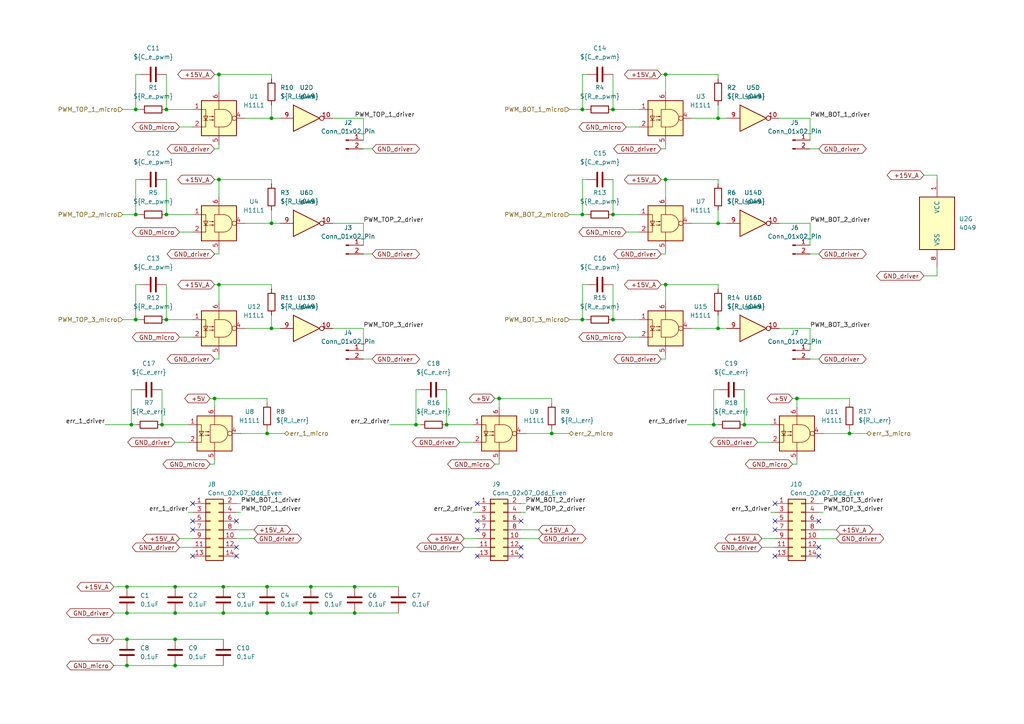
<source format=kicad_sch>
(kicad_sch (version 20231120) (generator "eeschema") (generator_version "8.0")
  (paper "A4")
  (lib_symbols
    (symbol "4xxx:4049" (pin_names (offset 1.016))
      (property "Reference" "U" (at 0 1.27 0))
      (property "Value" "4049" (at 0 -1.27 0))
      (symbol "4049_1_0"
        (polyline (pts (xy -3.81 3.81) (xy -3.81 -3.81) (xy 3.81 0) (xy -3.81 3.81)) (stroke (width 0.254)) (fill (type background)))
        (pin output inverted (at 7.62 0 180) (length 3.81) (name "~") (number "2"))
        (pin input line (at -7.62 0 0) (length 3.81) (name "~") (number "3"))
      )
      (symbol "4049_2_0"
        (polyline (pts (xy -3.81 3.81) (xy -3.81 -3.81) (xy 3.81 0) (xy -3.81 3.81)) (stroke (width 0.254)) (fill (type background)))
        (pin output inverted (at 7.62 0 180) (length 3.81) (name "~") (number "4"))
        (pin input line (at -7.62 0 0) (length 3.81) (name "~") (number "5"))
      )
      (symbol "4049_3_0"
        (polyline (pts (xy -3.81 3.81) (xy -3.81 -3.81) (xy 3.81 0) (xy -3.81 3.81)) (stroke (width 0.254)) (fill (type background)))
        (pin output inverted (at 7.62 0 180) (length 3.81) (name "~") (number "6"))
        (pin input line (at -7.62 0 0) (length 3.81) (name "~") (number "7"))
      )
      (symbol "4049_4_0"
        (polyline (pts (xy -3.81 3.81) (xy -3.81 -3.81) (xy 3.81 0) (xy -3.81 3.81)) (stroke (width 0.254)) (fill (type background)))
        (pin output inverted (at 7.62 0 180) (length 3.81) (name "~") (number "10"))
        (pin input line (at -7.62 0 0) (length 3.81) (name "~") (number "9"))
      )
      (symbol "4049_5_0"
        (polyline (pts (xy -3.81 3.81) (xy -3.81 -3.81) (xy 3.81 0) (xy -3.81 3.81)) (stroke (width 0.254)) (fill (type background)))
        (pin input line (at -7.62 0 0) (length 3.81) (name "~") (number "11"))
        (pin output inverted (at 7.62 0 180) (length 3.81) (name "~") (number "12"))
      )
      (symbol "4049_6_0"
        (polyline (pts (xy -3.81 3.81) (xy -3.81 -3.81) (xy 3.81 0) (xy -3.81 3.81)) (stroke (width 0.254)) (fill (type background)))
        (pin input line (at -7.62 0 0) (length 3.81) (name "~") (number "14"))
        (pin output inverted (at 7.62 0 180) (length 3.81) (name "~") (number "15"))
      )
      (symbol "4049_7_0"
        (pin power_in line (at 0 12.7 270) (length 5.08) (name "VCC") (number "1"))
        (pin power_in line (at 0 -12.7 90) (length 5.08) (name "VSS") (number "8"))
      )
      (symbol "4049_7_1"
        (rectangle (start -5.08 7.62) (end 5.08 -7.62) (stroke (width 0.254)) (fill (type background)))
      )
    )
    (symbol "Connector:Conn_01x02_Pin" (pin_names (offset 1.016) hide)
      (property "Reference" "J" (at 0 2.54 0))
      (property "Value" "Conn_01x02_Pin" (at 0 -5.08 0))
      (symbol "Conn_01x02_Pin_1_1"
        (polyline (pts (xy 1.27 -2.54) (xy 0.8636 -2.54)) (stroke (width 0.1524)))
        (polyline (pts (xy 1.27 0) (xy 0.8636 0)) (stroke (width 0.1524)))
        (rectangle (start 0.8636 -2.413) (end 0 -2.667) (stroke (width 0.1524)) (fill (type outline)))
        (rectangle (start 0.8636 0.127) (end 0 -0.127) (stroke (width 0.1524)) (fill (type outline)))
        (pin passive line (at 5.08 0 180) (length 3.81) (name "Pin_1") (number "1"))
        (pin passive line (at 5.08 -2.54 180) (length 3.81) (name "Pin_2") (number "2"))
      )
    )
    (symbol "Connector_Generic:Conn_02x07_Odd_Even" (pin_names (offset 1.016) hide)
      (property "Reference" "J" (at 1.27 10.16 0))
      (property "Value" "Conn_02x07_Odd_Even" (at 1.27 -10.16 0))
      (symbol "Conn_02x07_Odd_Even_1_1"
        (rectangle (start -1.27 -7.493) (end 0 -7.747) (stroke (width 0.1524)))
        (rectangle (start -1.27 -4.953) (end 0 -5.207) (stroke (width 0.1524)))
        (rectangle (start -1.27 -2.413) (end 0 -2.667) (stroke (width 0.1524)))
        (rectangle (start -1.27 0.127) (end 0 -0.127) (stroke (width 0.1524)))
        (rectangle (start -1.27 2.667) (end 0 2.413) (stroke (width 0.1524)))
        (rectangle (start -1.27 5.207) (end 0 4.953) (stroke (width 0.1524)))
        (rectangle (start -1.27 7.747) (end 0 7.493) (stroke (width 0.1524)))
        (rectangle (start -1.27 8.89) (end 3.81 -8.89) (stroke (width 0.254)) (fill (type background)))
        (rectangle (start 3.81 -7.493) (end 2.54 -7.747) (stroke (width 0.1524)))
        (rectangle (start 3.81 -4.953) (end 2.54 -5.207) (stroke (width 0.1524)))
        (rectangle (start 3.81 -2.413) (end 2.54 -2.667) (stroke (width 0.1524)))
        (rectangle (start 3.81 0.127) (end 2.54 -0.127) (stroke (width 0.1524)))
        (rectangle (start 3.81 2.667) (end 2.54 2.413) (stroke (width 0.1524)))
        (rectangle (start 3.81 5.207) (end 2.54 4.953) (stroke (width 0.1524)))
        (rectangle (start 3.81 7.747) (end 2.54 7.493) (stroke (width 0.1524)))
        (pin passive line (at -5.08 7.62 0) (length 3.81) (name "Pin_1") (number "1"))
        (pin passive line (at 7.62 -2.54 180) (length 3.81) (name "Pin_10") (number "10"))
        (pin passive line (at -5.08 -5.08 0) (length 3.81) (name "Pin_11") (number "11"))
        (pin passive line (at 7.62 -5.08 180) (length 3.81) (name "Pin_12") (number "12"))
        (pin passive line (at -5.08 -7.62 0) (length 3.81) (name "Pin_13") (number "13"))
        (pin passive line (at 7.62 -7.62 180) (length 3.81) (name "Pin_14") (number "14"))
        (pin passive line (at 7.62 7.62 180) (length 3.81) (name "Pin_2") (number "2"))
        (pin passive line (at -5.08 5.08 0) (length 3.81) (name "Pin_3") (number "3"))
        (pin passive line (at 7.62 5.08 180) (length 3.81) (name "Pin_4") (number "4"))
        (pin passive line (at -5.08 2.54 0) (length 3.81) (name "Pin_5") (number "5"))
        (pin passive line (at 7.62 2.54 180) (length 3.81) (name "Pin_6") (number "6"))
        (pin passive line (at -5.08 0 0) (length 3.81) (name "Pin_7") (number "7"))
        (pin passive line (at 7.62 0 180) (length 3.81) (name "Pin_8") (number "8"))
        (pin passive line (at -5.08 -2.54 0) (length 3.81) (name "Pin_9") (number "9"))
      )
    )
    (symbol "Device:C" (pin_numbers hide) (pin_names (offset 0.254))
      (property "Reference" "C" (at 0.635 2.54 0))
      (property "Value" "C" (at 0.635 -2.54 0))
      (symbol "C_0_1"
        (polyline (pts (xy -2.032 -0.762) (xy 2.032 -0.762)) (stroke (width 0.508)))
        (polyline (pts (xy -2.032 0.762) (xy 2.032 0.762)) (stroke (width 0.508)))
      )
      (symbol "C_1_1"
        (pin passive line (at 0 3.81 270) (length 2.794) (name "~") (number "1"))
        (pin passive line (at 0 -3.81 90) (length 2.794) (name "~") (number "2"))
      )
    )
    (symbol "Device:R" (pin_numbers hide) (pin_names (offset 0))
      (property "Reference" "R" (at 2.032 0 90))
      (property "Value" "R" (at 0 0 90))
      (symbol "R_0_1"
        (rectangle (start -1.016 -2.54) (end 1.016 2.54) (stroke (width 0.254)))
      )
      (symbol "R_1_1"
        (pin passive line (at 0 3.81 270) (length 1.27) (name "~") (number "1"))
        (pin passive line (at 0 -3.81 90) (length 1.27) (name "~") (number "2"))
      )
    )
    (symbol "Isolator:H11L1" (pin_names (offset 1.016))
      (property "Reference" "U" (at 1.27 8.89 0))
      (property "Value" "H11L1" (at 1.27 6.35 0))
      (symbol "H11L1_0_1"
        (rectangle (start -5.08 5.08) (end 5.08 -5.08) (stroke (width 0.254)) (fill (type background)))
        (polyline (pts (xy -4.445 -0.635) (xy -3.175 -0.635)))
        (polyline (pts (xy 0 2.54) (xy 0 5.08)))
        (polyline (pts (xy 0 -2.54) (xy 0 -5.08) (xy 0 -3.81)))
        (polyline (pts (xy -5.08 -2.54) (xy -3.81 -2.54) (xy -3.81 2.54) (xy -5.08 2.54)))
        (polyline (pts (xy -3.81 -0.635) (xy -4.445 0.635) (xy -3.175 0.635) (xy -3.81 -0.635)))
        (polyline (pts (xy 1.27 -2.54) (xy -1.27 -2.54) (xy -1.27 2.54) (xy 1.27 2.54)))
        (polyline (pts (xy -2.794 -0.508) (xy -1.524 -0.508) (xy -1.905 -0.635) (xy -1.905 -0.381) (xy -1.524 -0.508)))
        (polyline (pts (xy -2.794 0.508) (xy -1.524 0.508) (xy -1.905 0.381) (xy -1.905 0.635) (xy -1.524 0.508)))
        (arc (start 1.27 -2.54) (mid 3.799 0) (end 1.27 2.54))
      )
      (symbol "H11L1_1_1"
        (pin passive line (at -7.62 2.54 0) (length 2.54) (name "~") (number "1"))
        (pin passive line (at -7.62 -2.54 0) (length 2.54) (name "~") (number "2"))
        (pin no_connect line (at -5.08 0 0) (length 2.54) hide (name "~") (number "3"))
        (pin output inverted (at 7.62 0 180) (length 3.81) (name "~") (number "4"))
        (pin power_in line (at 0 -7.62 90) (length 2.54) (name "~") (number "5"))
        (pin power_in line (at 0 7.62 270) (length 2.54) (name "~") (number "6"))
      )
    )
  )
  (junction (at 168.91 92.71))
  (junction (at 36.83 177.8))
  (junction (at 46.99 123.19))
  (junction (at 36.83 170.18))
  (junction (at 193.04 82.55))
  (junction (at 144.78 115.57))
  (junction (at 62.23 115.57))
  (junction (at 177.8 62.23))
  (junction (at 168.91 62.23))
  (junction (at 78.74 34.29))
  (junction (at 129.54 123.19))
  (junction (at 120.65 123.19))
  (junction (at 50.8 193.04))
  (junction (at 90.17 177.8))
  (junction (at 193.04 21.59))
  (junction (at 39.37 31.75))
  (junction (at 102.87 177.8))
  (junction (at 50.8 185.42))
  (junction (at 177.8 31.75))
  (junction (at 63.5 52.07))
  (junction (at 77.47 170.18))
  (junction (at 39.37 62.23))
  (junction (at 207.01 123.19))
  (junction (at 231.14 115.57))
  (junction (at 168.91 31.75))
  (junction (at 90.17 170.18))
  (junction (at 36.83 185.42))
  (junction (at 48.26 92.71))
  (junction (at 39.37 92.71))
  (junction (at 208.28 64.77))
  (junction (at 77.47 125.73))
  (junction (at 36.83 193.04))
  (junction (at 63.5 82.55))
  (junction (at 208.28 34.29))
  (junction (at 38.1 123.19))
  (junction (at 78.74 64.77))
  (junction (at 48.26 62.23))
  (junction (at 50.8 177.8))
  (junction (at 78.74 95.25))
  (junction (at 48.26 31.75))
  (junction (at 246.38 125.73))
  (junction (at 64.77 177.8))
  (junction (at 63.5 21.59))
  (junction (at 215.9 123.19))
  (junction (at 50.8 170.18))
  (junction (at 102.87 170.18))
  (junction (at 64.77 170.18))
  (junction (at 160.02 125.73))
  (junction (at 193.04 52.07))
  (junction (at 177.8 92.71))
  (junction (at 208.28 95.25))
  (junction (at 77.47 177.8))
  (no_connect (at 151.13 158.75))
  (no_connect (at 237.49 161.29))
  (no_connect (at 55.88 146.05))
  (no_connect (at 237.49 151.13))
  (no_connect (at 138.43 161.29))
  (no_connect (at 55.88 153.67))
  (no_connect (at 151.13 151.13))
  (no_connect (at 68.58 158.75))
  (no_connect (at 55.88 161.29))
  (no_connect (at 224.79 151.13))
  (no_connect (at 55.88 151.13))
  (no_connect (at 68.58 151.13))
  (no_connect (at 224.79 161.29))
  (no_connect (at 151.13 161.29))
  (no_connect (at 224.79 153.67))
  (no_connect (at 68.58 161.29))
  (no_connect (at 224.79 146.05))
  (no_connect (at 138.43 153.67))
  (no_connect (at 138.43 146.05))
  (no_connect (at 138.43 151.13))
  (no_connect (at 237.49 158.75))
  (wire (pts (xy 50.8 193.04) (xy 36.83 193.04)))
  (wire (pts (xy 77.47 124.46) (xy 77.47 125.73)))
  (wire (pts (xy 77.47 125.73) (xy 82.55 125.73)))
  (wire (pts (xy 33.02 177.8) (xy 36.83 177.8)))
  (wire (pts (xy 62.23 43.18) (xy 63.5 43.18)))
  (wire (pts (xy 191.77 73.66) (xy 193.04 73.66)))
  (wire (pts (xy 48.26 21.59) (xy 48.26 31.75)))
  (wire (pts (xy 68.58 153.67) (xy 73.66 153.67)))
  (wire (pts (xy 39.37 82.55) (xy 39.37 92.71)))
  (wire (pts (xy 48.26 62.23) (xy 55.88 62.23)))
  (wire (pts (xy 40.6066 62.23) (xy 39.37 62.23)))
  (wire (pts (xy 78.74 95.25) (xy 81.28 95.25)))
  (wire (pts (xy 177.8 52.07) (xy 177.8 62.23)))
  (wire (pts (xy 50.8 170.18) (xy 64.77 170.18)))
  (wire (pts (xy 185.42 97.79) (xy 181.61 97.79)))
  (wire (pts (xy 69.85 146.05) (xy 68.58 146.05)))
  (wire (pts (xy 271.78 50.8) (xy 267.97 50.8)))
  (wire (pts (xy 60.96 115.57) (xy 62.23 115.57)))
  (wire (pts (xy 208.28 52.07) (xy 193.04 52.07)))
  (wire (pts (xy 62.23 52.07) (xy 63.5 52.07)))
  (wire (pts (xy 170.1466 92.71) (xy 168.91 92.71)))
  (wire (pts (xy 152.4 146.05) (xy 151.13 146.05)))
  (wire (pts (xy 208.28 21.59) (xy 193.04 21.59)))
  (wire (pts (xy 113.03 123.19) (xy 120.65 123.19)))
  (wire (pts (xy 33.02 170.18) (xy 36.83 170.18)))
  (wire (pts (xy 219.71 128.27) (xy 223.52 128.27)))
  (wire (pts (xy 40.64 52.07) (xy 39.37 52.07)))
  (wire (pts (xy 105.41 43.18) (xy 107.95 43.18)))
  (wire (pts (xy 120.65 123.19) (xy 121.92 123.19)))
  (wire (pts (xy 71.12 64.77) (xy 78.74 64.77)))
  (wire (pts (xy 46.99 123.19) (xy 54.61 123.19)))
  (wire (pts (xy 177.8 92.71) (xy 185.42 92.71)))
  (wire (pts (xy 143.51 134.62) (xy 144.78 134.62)))
  (wire (pts (xy 234.95 34.29) (xy 234.95 40.64)))
  (wire (pts (xy 62.23 115.57) (xy 62.23 118.11)))
  (wire (pts (xy 78.74 60.96) (xy 78.74 64.77)))
  (wire (pts (xy 129.54 113.03) (xy 129.54 123.19)))
  (wire (pts (xy 220.98 158.75) (xy 224.79 158.75)))
  (wire (pts (xy 246.38 124.46) (xy 246.38 125.73)))
  (wire (pts (xy 160.02 125.73) (xy 165.1 125.73)))
  (wire (pts (xy 152.4 125.73) (xy 160.02 125.73)))
  (wire (pts (xy 226.06 95.25) (xy 234.95 95.25)))
  (wire (pts (xy 55.88 67.31) (xy 52.07 67.31)))
  (wire (pts (xy 177.8 62.23) (xy 185.42 62.23)))
  (wire (pts (xy 38.1 113.03) (xy 39.37 113.03)))
  (wire (pts (xy 39.37 52.07) (xy 39.37 62.23)))
  (wire (pts (xy 33.02 185.42) (xy 36.83 185.42)))
  (wire (pts (xy 193.04 21.59) (xy 193.04 26.67)))
  (wire (pts (xy 170.1466 31.75) (xy 168.91 31.75)))
  (wire (pts (xy 234.95 43.18) (xy 237.49 43.18)))
  (wire (pts (xy 40.64 21.59) (xy 39.37 21.59)))
  (wire (pts (xy 170.18 82.55) (xy 168.91 82.55)))
  (wire (pts (xy 177.8 82.55) (xy 177.8 92.71)))
  (wire (pts (xy 151.13 156.21) (xy 156.21 156.21)))
  (wire (pts (xy 40.6066 31.75) (xy 39.37 31.75)))
  (wire (pts (xy 220.98 156.21) (xy 224.79 156.21)))
  (wire (pts (xy 191.77 43.18) (xy 193.04 43.18)))
  (wire (pts (xy 102.87 177.8) (xy 115.57 177.8)))
  (wire (pts (xy 62.23 104.14) (xy 63.5 104.14)))
  (wire (pts (xy 170.18 52.07) (xy 168.91 52.07)))
  (wire (pts (xy 105.41 34.29) (xy 105.41 40.64)))
  (wire (pts (xy 207.01 113.03) (xy 207.01 123.19)))
  (wire (pts (xy 191.77 104.14) (xy 193.04 104.14)))
  (wire (pts (xy 36.83 177.8) (xy 50.8 177.8)))
  (wire (pts (xy 193.04 104.14) (xy 193.04 102.87)))
  (wire (pts (xy 63.5 104.14) (xy 63.5 102.87)))
  (wire (pts (xy 199.39 123.19) (xy 207.01 123.19)))
  (wire (pts (xy 77.47 170.18) (xy 90.17 170.18)))
  (wire (pts (xy 208.28 82.55) (xy 193.04 82.55)))
  (wire (pts (xy 134.62 156.21) (xy 138.43 156.21)))
  (wire (pts (xy 208.28 60.96) (xy 208.28 64.77)))
  (wire (pts (xy 69.85 125.73) (xy 77.47 125.73)))
  (wire (pts (xy 64.77 185.42) (xy 50.8 185.42)))
  (wire (pts (xy 63.5 73.66) (xy 63.5 72.39)))
  (wire (pts (xy 78.74 91.44) (xy 78.74 95.25)))
  (wire (pts (xy 62.23 73.66) (xy 63.5 73.66)))
  (wire (pts (xy 48.26 52.07) (xy 48.26 62.23)))
  (wire (pts (xy 231.14 115.57) (xy 231.14 118.11)))
  (wire (pts (xy 50.8 185.42) (xy 36.83 185.42)))
  (wire (pts (xy 208.28 30.48) (xy 208.28 34.29)))
  (wire (pts (xy 191.77 82.55) (xy 193.04 82.55)))
  (wire (pts (xy 185.42 67.31) (xy 181.61 67.31)))
  (wire (pts (xy 226.06 34.29) (xy 234.95 34.29)))
  (wire (pts (xy 143.51 115.57) (xy 144.78 115.57)))
  (wire (pts (xy 78.74 64.77) (xy 81.28 64.77)))
  (wire (pts (xy 208.28 95.25) (xy 210.82 95.25)))
  (wire (pts (xy 36.83 170.18) (xy 50.8 170.18)))
  (wire (pts (xy 160.02 124.46) (xy 160.02 125.73)))
  (wire (pts (xy 193.04 73.66) (xy 193.04 72.39)))
  (wire (pts (xy 193.04 52.07) (xy 193.04 57.15)))
  (wire (pts (xy 102.87 170.18) (xy 115.57 170.18)))
  (wire (pts (xy 71.12 95.25) (xy 78.74 95.25)))
  (wire (pts (xy 168.91 92.71) (xy 165.1 92.71)))
  (wire (pts (xy 68.58 156.21) (xy 73.66 156.21)))
  (wire (pts (xy 223.52 148.59) (xy 224.79 148.59)))
  (wire (pts (xy 271.78 80.01) (xy 271.78 77.47)))
  (wire (pts (xy 168.91 52.07) (xy 168.91 62.23)))
  (wire (pts (xy 77.47 177.8) (xy 90.17 177.8)))
  (wire (pts (xy 48.2266 31.75) (xy 48.26 31.75)))
  (wire (pts (xy 62.23 134.62) (xy 62.23 133.35)))
  (wire (pts (xy 207.01 113.03) (xy 208.28 113.03)))
  (wire (pts (xy 170.1466 62.23) (xy 168.91 62.23)))
  (wire (pts (xy 208.28 21.59) (xy 208.28 22.86)))
  (wire (pts (xy 78.74 82.55) (xy 63.5 82.55)))
  (wire (pts (xy 62.23 115.57) (xy 77.47 115.57)))
  (wire (pts (xy 129.54 123.19) (xy 137.16 123.19)))
  (wire (pts (xy 63.5 43.18) (xy 63.5 41.91)))
  (wire (pts (xy 78.74 52.07) (xy 63.5 52.07)))
  (wire (pts (xy 207.01 123.19) (xy 208.28 123.19)))
  (wire (pts (xy 200.66 34.29) (xy 208.28 34.29)))
  (wire (pts (xy 40.64 82.55) (xy 39.37 82.55)))
  (wire (pts (xy 238.76 146.05) (xy 237.49 146.05)))
  (wire (pts (xy 62.23 82.55) (xy 63.5 82.55)))
  (wire (pts (xy 152.4 148.59) (xy 151.13 148.59)))
  (wire (pts (xy 208.28 82.55) (xy 208.28 83.82)))
  (wire (pts (xy 96.52 64.77) (xy 105.41 64.77)))
  (wire (pts (xy 191.77 21.59) (xy 193.04 21.59)))
  (wire (pts (xy 237.49 153.67) (xy 242.57 153.67)))
  (wire (pts (xy 193.04 82.55) (xy 193.04 87.63)))
  (wire (pts (xy 63.5 21.59) (xy 63.5 26.67)))
  (wire (pts (xy 234.95 64.77) (xy 234.95 71.12)))
  (wire (pts (xy 238.76 125.73) (xy 246.38 125.73)))
  (wire (pts (xy 64.77 177.8) (xy 77.47 177.8)))
  (wire (pts (xy 40.6066 92.71) (xy 39.37 92.71)))
  (wire (pts (xy 105.41 95.25) (xy 105.41 101.6)))
  (wire (pts (xy 191.77 52.07) (xy 193.04 52.07)))
  (wire (pts (xy 229.87 134.62) (xy 231.14 134.62)))
  (wire (pts (xy 63.5 52.07) (xy 63.5 57.15)))
  (wire (pts (xy 237.49 156.21) (xy 242.57 156.21)))
  (wire (pts (xy 215.9 113.03) (xy 215.9 123.19)))
  (wire (pts (xy 193.04 43.18) (xy 193.04 41.91)))
  (wire (pts (xy 120.65 113.03) (xy 120.65 123.19)))
  (wire (pts (xy 39.37 31.75) (xy 35.56 31.75)))
  (wire (pts (xy 177.7666 31.75) (xy 177.8 31.75)))
  (wire (pts (xy 38.1 123.19) (xy 39.37 123.19)))
  (wire (pts (xy 170.18 21.59) (xy 168.91 21.59)))
  (wire (pts (xy 50.8 177.8) (xy 64.77 177.8)))
  (wire (pts (xy 48.26 82.55) (xy 48.26 92.71)))
  (wire (pts (xy 48.26 92.71) (xy 55.88 92.71)))
  (wire (pts (xy 229.87 115.57) (xy 231.14 115.57)))
  (wire (pts (xy 63.5 82.55) (xy 63.5 87.63)))
  (wire (pts (xy 231.14 115.57) (xy 246.38 115.57)))
  (wire (pts (xy 185.42 36.83) (xy 181.61 36.83)))
  (wire (pts (xy 208.28 52.07) (xy 208.28 53.34)))
  (wire (pts (xy 48.2266 92.71) (xy 48.26 92.71)))
  (wire (pts (xy 78.74 21.59) (xy 78.74 22.86)))
  (wire (pts (xy 160.02 115.57) (xy 160.02 116.84)))
  (wire (pts (xy 69.85 148.59) (xy 68.58 148.59)))
  (wire (pts (xy 105.41 104.14) (xy 107.95 104.14)))
  (wire (pts (xy 39.37 62.23) (xy 35.56 62.23)))
  (wire (pts (xy 234.95 95.25) (xy 234.95 101.6)))
  (wire (pts (xy 151.13 153.67) (xy 156.21 153.67)))
  (wire (pts (xy 177.7666 62.23) (xy 177.8 62.23)))
  (wire (pts (xy 71.12 34.29) (xy 78.74 34.29)))
  (wire (pts (xy 200.66 64.77) (xy 208.28 64.77)))
  (wire (pts (xy 200.66 95.25) (xy 208.28 95.25)))
  (wire (pts (xy 177.8 31.75) (xy 185.42 31.75)))
  (wire (pts (xy 33.02 193.04) (xy 36.83 193.04)))
  (wire (pts (xy 168.91 62.23) (xy 165.1 62.23)))
  (wire (pts (xy 168.91 31.75) (xy 165.1 31.75)))
  (wire (pts (xy 234.95 104.14) (xy 237.49 104.14)))
  (wire (pts (xy 30.48 123.19) (xy 38.1 123.19)))
  (wire (pts (xy 246.38 125.73) (xy 251.46 125.73)))
  (wire (pts (xy 48.2266 62.23) (xy 48.26 62.23)))
  (wire (pts (xy 267.97 80.01) (xy 271.78 80.01)))
  (wire (pts (xy 54.61 148.59) (xy 55.88 148.59)))
  (wire (pts (xy 50.8 128.27) (xy 54.61 128.27)))
  (wire (pts (xy 215.9 123.19) (xy 223.52 123.19)))
  (wire (pts (xy 78.74 21.59) (xy 63.5 21.59)))
  (wire (pts (xy 77.47 115.57) (xy 77.47 116.84)))
  (wire (pts (xy 90.17 170.18) (xy 102.87 170.18)))
  (wire (pts (xy 55.88 97.79) (xy 52.07 97.79)))
  (wire (pts (xy 177.7666 92.71) (xy 177.8 92.71)))
  (wire (pts (xy 134.62 158.75) (xy 138.43 158.75)))
  (wire (pts (xy 96.52 34.29) (xy 105.41 34.29)))
  (wire (pts (xy 52.07 158.75) (xy 55.88 158.75)))
  (wire (pts (xy 39.37 21.59) (xy 39.37 31.75)))
  (wire (pts (xy 39.37 92.71) (xy 35.56 92.71)))
  (wire (pts (xy 208.28 34.29) (xy 210.82 34.29)))
  (wire (pts (xy 64.77 170.18) (xy 77.47 170.18)))
  (wire (pts (xy 90.17 177.8) (xy 102.87 177.8)))
  (wire (pts (xy 231.14 134.62) (xy 231.14 133.35)))
  (wire (pts (xy 168.91 82.55) (xy 168.91 92.71)))
  (wire (pts (xy 133.35 128.27) (xy 137.16 128.27)))
  (wire (pts (xy 78.74 82.55) (xy 78.74 83.82)))
  (wire (pts (xy 208.28 91.44) (xy 208.28 95.25)))
  (wire (pts (xy 55.88 36.83) (xy 52.07 36.83)))
  (wire (pts (xy 78.74 34.29) (xy 81.28 34.29)))
  (wire (pts (xy 246.38 115.57) (xy 246.38 116.84)))
  (wire (pts (xy 234.95 73.66) (xy 237.49 73.66)))
  (wire (pts (xy 208.28 64.77) (xy 210.82 64.77)))
  (wire (pts (xy 64.77 193.04) (xy 50.8 193.04)))
  (wire (pts (xy 144.78 115.57) (xy 160.02 115.57)))
  (wire (pts (xy 168.91 21.59) (xy 168.91 31.75)))
  (wire (pts (xy 78.74 52.07) (xy 78.74 53.34)))
  (wire (pts (xy 46.99 113.03) (xy 46.99 123.19)))
  (wire (pts (xy 120.65 113.03) (xy 121.92 113.03)))
  (wire (pts (xy 52.07 156.21) (xy 55.88 156.21)))
  (wire (pts (xy 177.8 21.59) (xy 177.8 31.75)))
  (wire (pts (xy 137.16 148.59) (xy 138.43 148.59)))
  (wire (pts (xy 105.41 73.66) (xy 107.95 73.66)))
  (wire (pts (xy 48.26 31.75) (xy 55.88 31.75)))
  (wire (pts (xy 38.1 113.03) (xy 38.1 123.19)))
  (wire (pts (xy 238.76 148.59) (xy 237.49 148.59)))
  (wire (pts (xy 271.78 52.07) (xy 271.78 50.8)))
  (wire (pts (xy 78.74 30.48) (xy 78.74 34.29)))
  (wire (pts (xy 144.78 115.57) (xy 144.78 118.11)))
  (wire (pts (xy 96.52 95.25) (xy 105.41 95.25)))
  (wire (pts (xy 226.06 64.77) (xy 234.95 64.77)))
  (wire (pts (xy 60.96 134.62) (xy 62.23 134.62)))
  (wire (pts (xy 62.23 21.59) (xy 63.5 21.59)))
  (wire (pts (xy 144.78 134.62) (xy 144.78 133.35)))
  (wire (pts (xy 105.41 64.77) (xy 105.41 71.12)))
  (label "err_3_driver" (at 223.52 148.59 180))
  (label "PWM_BOT_3_driver" (at 234.95 95.25 0))
  (label "PWM_TOP_1_driver" (at 69.85 148.59 0))
  (label "err_1_driver" (at 54.61 148.59 180))
  (label "PWM_BOT_2_driver" (at 234.95 64.77 0))
  (label "err_3_driver" (at 199.39 123.19 180))
  (label "PWM_TOP_1_driver" (at 102.87 34.29 0))
  (label "PWM_TOP_3_driver" (at 238.76 148.59 0))
  (label "err_2_driver" (at 137.16 148.59 180))
  (label "PWM_BOT_1_driver" (at 69.85 146.05 0))
  (label "PWM_BOT_3_driver" (at 238.76 146.05 0))
  (label "PWM_BOT_2_driver" (at 152.4 146.05 0))
  (label "PWM_TOP_2_driver" (at 105.41 64.77 0))
  (label "err_1_driver" (at 30.48 123.19 180))
  (label "PWM_TOP_3_driver" (at 105.41 95.25 0))
  (label "PWM_BOT_1_driver" (at 234.95 34.29 0))
  (label "PWM_TOP_2_driver" (at 152.4 148.59 0))
  (label "err_2_driver" (at 113.03 123.19 180))
  (global_label "+15V_A" (shape bidirectional) (at 33.02 170.18 180) (property "Intersheetrefs" "${INTERSHEET_REFS}" (effects (hide yes))))
  (global_label "GND_micro" (shape bidirectional) (at 143.51 134.62 180) (property "Intersheetrefs" "${INTERSHEET_REFS}" (effects (hide yes))))
  (global_label "GND_driver" (shape bidirectional) (at 134.62 158.75 180) (property "Intersheetrefs" "${INTERSHEET_REFS}" (effects (hide yes))))
  (global_label "+15V_A" (shape bidirectional) (at 191.77 82.55 180) (property "Intersheetrefs" "${INTERSHEET_REFS}" (effects (hide yes))))
  (global_label "GND_driver" (shape bidirectional) (at 237.49 43.18 0) (property "Intersheetrefs" "${INTERSHEET_REFS}" (effects (hide yes))))
  (global_label "GND_micro" (shape bidirectional) (at 181.61 36.83 180) (property "Intersheetrefs" "${INTERSHEET_REFS}" (effects (hide yes))))
  (global_label "GND_driver" (shape bidirectional) (at 107.95 104.14 0) (property "Intersheetrefs" "${INTERSHEET_REFS}" (effects (hide yes))))
  (global_label "GND_driver" (shape bidirectional) (at 33.02 177.8 180) (property "Intersheetrefs" "${INTERSHEET_REFS}" (effects (hide yes))))
  (global_label "+15V_A" (shape bidirectional) (at 62.23 21.59 180) (property "Intersheetrefs" "${INTERSHEET_REFS}" (effects (hide yes))))
  (global_label "+15V_A" (shape bidirectional) (at 267.97 50.8 180) (property "Intersheetrefs" "${INTERSHEET_REFS}" (effects (hide yes))))
  (global_label "GND_micro" (shape bidirectional) (at 181.61 67.31 180) (property "Intersheetrefs" "${INTERSHEET_REFS}" (effects (hide yes))))
  (global_label "GND_driver" (shape bidirectional) (at 242.57 156.21 0) (property "Intersheetrefs" "${INTERSHEET_REFS}" (effects (hide yes))))
  (global_label "GND_driver" (shape bidirectional) (at 156.21 156.21 0) (property "Intersheetrefs" "${INTERSHEET_REFS}" (effects (hide yes))))
  (global_label "GND_driver" (shape bidirectional) (at 191.77 73.66 180) (property "Intersheetrefs" "${INTERSHEET_REFS}" (effects (hide yes))))
  (global_label "GND_driver" (shape bidirectional) (at 191.77 104.14 180) (property "Intersheetrefs" "${INTERSHEET_REFS}" (effects (hide yes))))
  (global_label "GND_driver" (shape bidirectional) (at 133.35 128.27 180) (property "Intersheetrefs" "${INTERSHEET_REFS}" (effects (hide yes))))
  (global_label "GND_micro" (shape bidirectional) (at 181.61 97.79 180) (property "Intersheetrefs" "${INTERSHEET_REFS}" (effects (hide yes))))
  (global_label "+15V_A" (shape bidirectional) (at 62.23 52.07 180) (property "Intersheetrefs" "${INTERSHEET_REFS}" (effects (hide yes))))
  (global_label "GND_driver" (shape bidirectional) (at 220.98 158.75 180) (property "Intersheetrefs" "${INTERSHEET_REFS}" (effects (hide yes))))
  (global_label "+5V" (shape bidirectional) (at 33.02 185.42 180) (property "Intersheetrefs" "${INTERSHEET_REFS}" (effects (hide yes))))
  (global_label "+15V_A" (shape bidirectional) (at 220.98 156.21 180) (property "Intersheetrefs" "${INTERSHEET_REFS}" (effects (hide yes))))
  (global_label "+15V_A" (shape bidirectional) (at 242.57 153.67 0) (property "Intersheetrefs" "${INTERSHEET_REFS}" (effects (hide yes))))
  (global_label "GND_driver" (shape bidirectional) (at 267.97 80.01 180) (property "Intersheetrefs" "${INTERSHEET_REFS}" (effects (hide yes))))
  (global_label "GND_driver" (shape bidirectional) (at 107.95 73.66 0) (property "Intersheetrefs" "${INTERSHEET_REFS}" (effects (hide yes))))
  (global_label "+5V" (shape bidirectional) (at 229.87 115.57 180) (property "Intersheetrefs" "${INTERSHEET_REFS}" (effects (hide yes))))
  (global_label "GND_driver" (shape bidirectional) (at 50.8 128.27 180) (property "Intersheetrefs" "${INTERSHEET_REFS}" (effects (hide yes))))
  (global_label "+15V_A" (shape bidirectional) (at 73.66 153.67 0) (property "Intersheetrefs" "${INTERSHEET_REFS}" (effects (hide yes))))
  (global_label "+15V_A" (shape bidirectional) (at 62.23 82.55 180) (property "Intersheetrefs" "${INTERSHEET_REFS}" (effects (hide yes))))
  (global_label "GND_driver" (shape bidirectional) (at 62.23 73.66 180) (property "Intersheetrefs" "${INTERSHEET_REFS}" (effects (hide yes))))
  (global_label "+5V" (shape bidirectional) (at 143.51 115.57 180) (property "Intersheetrefs" "${INTERSHEET_REFS}" (effects (hide yes))))
  (global_label "GND_driver" (shape bidirectional) (at 62.23 104.14 180) (property "Intersheetrefs" "${INTERSHEET_REFS}" (effects (hide yes))))
  (global_label "+15V_A" (shape bidirectional) (at 156.21 153.67 0) (property "Intersheetrefs" "${INTERSHEET_REFS}" (effects (hide yes))))
  (global_label "GND_micro" (shape bidirectional) (at 52.07 97.79 180) (property "Intersheetrefs" "${INTERSHEET_REFS}" (effects (hide yes))))
  (global_label "GND_driver" (shape bidirectional) (at 107.95 43.18 0) (property "Intersheetrefs" "${INTERSHEET_REFS}" (effects (hide yes))))
  (global_label "GND_micro" (shape bidirectional) (at 52.07 67.31 180) (property "Intersheetrefs" "${INTERSHEET_REFS}" (effects (hide yes))))
  (global_label "+15V_A" (shape bidirectional) (at 191.77 21.59 180) (property "Intersheetrefs" "${INTERSHEET_REFS}" (effects (hide yes))))
  (global_label "GND_driver" (shape bidirectional) (at 237.49 73.66 0) (property "Intersheetrefs" "${INTERSHEET_REFS}" (effects (hide yes))))
  (global_label "GND_driver" (shape bidirectional) (at 219.71 128.27 180) (property "Intersheetrefs" "${INTERSHEET_REFS}" (effects (hide yes))))
  (global_label "GND_micro" (shape bidirectional) (at 60.96 134.62 180) (property "Intersheetrefs" "${INTERSHEET_REFS}" (effects (hide yes))))
  (global_label "GND_driver" (shape bidirectional) (at 73.66 156.21 0) (property "Intersheetrefs" "${INTERSHEET_REFS}" (effects (hide yes))))
  (global_label "GND_driver" (shape bidirectional) (at 191.77 43.18 180) (property "Intersheetrefs" "${INTERSHEET_REFS}" (effects (hide yes))))
  (global_label "+15V_A" (shape bidirectional) (at 191.77 52.07 180) (property "Intersheetrefs" "${INTERSHEET_REFS}" (effects (hide yes))))
  (global_label "+5V" (shape bidirectional) (at 60.96 115.57 180) (property "Intersheetrefs" "${INTERSHEET_REFS}" (effects (hide yes))))
  (global_label "GND_micro" (shape bidirectional) (at 52.07 36.83 180) (property "Intersheetrefs" "${INTERSHEET_REFS}" (effects (hide yes))))
  (global_label "GND_micro" (shape bidirectional) (at 229.87 134.62 180) (property "Intersheetrefs" "${INTERSHEET_REFS}" (effects (hide yes))))
  (global_label "GND_micro" (shape bidirectional) (at 33.02 193.04 180) (property "Intersheetrefs" "${INTERSHEET_REFS}" (effects (hide yes))))
  (global_label "+15V_A" (shape bidirectional) (at 134.62 156.21 180) (property "Intersheetrefs" "${INTERSHEET_REFS}" (effects (hide yes))))
  (global_label "GND_driver" (shape bidirectional) (at 237.49 104.14 0) (property "Intersheetrefs" "${INTERSHEET_REFS}" (effects (hide yes))))
  (global_label "+15V_A" (shape bidirectional) (at 52.07 156.21 180) (property "Intersheetrefs" "${INTERSHEET_REFS}" (effects (hide yes))))
  (global_label "GND_driver" (shape bidirectional) (at 62.23 43.18 180) (property "Intersheetrefs" "${INTERSHEET_REFS}" (effects (hide yes))))
  (global_label "GND_driver" (shape bidirectional) (at 52.07 158.75 180) (property "Intersheetrefs" "${INTERSHEET_REFS}" (effects (hide yes))))
  (hierarchical_label "PWM_TOP_1_micro" (shape input) (at 35.56 31.75 180))
  (hierarchical_label "PWM_TOP_3_micro" (shape input) (at 35.56 92.71 180))
  (hierarchical_label "PWM_BOT_3_micro" (shape input) (at 165.1 92.71 180))
  (hierarchical_label "PWM_BOT_1_micro" (shape input) (at 165.1 31.75 180))
  (hierarchical_label "err_3_micro" (shape bidirectional) (at 251.46 125.73 0))
  (hierarchical_label "PWM_TOP_2_micro" (shape input) (at 35.56 62.23 180))
  (hierarchical_label "PWM_BOT_2_micro" (shape input) (at 165.1 62.23 180))
  (hierarchical_label "err_2_micro" (shape bidirectional) (at 165.1 125.73 0))
  (hierarchical_label "err_1_micro" (shape bidirectional) (at 82.55 125.73 0))
  (symbol (lib_id "Device:R") (at 78.74 26.67 0) (unit 1)
    (property "Reference" "R10" (at 81.28 25.3999 0) (effects (justify left)))
    (property "Value" "${R_l_pwm}" (at 81.28 27.9399 0) (effects (justify left)))
    (property "Description" "Resistor" (effects (hide yes)))
  )
  (symbol (lib_id "Connector:Conn_01x02_Pin") (at 100.33 101.6 0) (unit 1)
    (property "Reference" "J4" (at 100.965 96.52 0))
    (property "Value" "Conn_01x02_Pin" (at 100.965 99.06 0))
    (property "Description" "Generic connector, single row, 01x02, script generated" (effects (hide yes)))
  )
  (symbol (lib_id "Connector_Generic:Conn_02x07_Odd_Even") (at 143.51 153.67 0) (unit 1)
    (property "Reference" "J9" (at 142.748 140.462 0) (effects (justify left)))
    (property "Value" "Conn_02x07_Odd_Even" (at 142.748 143.002 0) (effects (justify left)))
    (property "Description" "Generic connector, double row, 02x07, odd/even pin numbering scheme (row 1 odd numbers, row 2 even numbers), script generated (kicad-library-utils/schlib/autogen/connector/)" (effects (hide yes)))
  )
  (symbol (lib_id "Device:C") (at 115.57 173.99 0) (unit 1)
    (property "Reference" "C7" (at 119.38 172.7199 0) (effects (justify left)))
    (property "Value" "0,1uF" (at 119.38 175.2599 0) (effects (justify left)))
    (property "Description" "Unpolarized capacitor" (effects (hide yes)))
  )
  (symbol (lib_id "Device:R") (at 77.47 120.65 0) (unit 1)
    (property "Reference" "R8" (at 80.01 119.3799 0) (effects (justify left)))
    (property "Value" "${R_l_err}" (at 80.01 121.9199 0) (effects (justify left)))
    (property "Description" "Resistor" (effects (hide yes)))
  )
  (symbol (lib_id "Device:R") (at 44.4166 92.71 90) (unit 1)
    (property "Reference" "R12" (at 44.4166 86.36 90))
    (property "Value" "${R_e_pwm}" (at 44.4166 88.9 90))
    (property "Description" "Resistor" (effects (hide yes)))
  )
  (symbol (lib_id "4xxx:4049") (at 88.9 34.29 0) (unit 4)
    (property "Reference" "U2" (at 88.9 25.4 0))
    (property "Value" "4049" (at 88.9 27.94 0))
    (property "Datasheet" "http://www.intersil.com/content/dam/intersil/documents/cd40/cd4049ubms.pdf" (effects (hide yes)))
    (property "Description" "Hex Buffer Inverter" (effects (hide yes)))
  )
  (symbol (lib_id "Device:C") (at 173.99 52.07 90) (unit 1)
    (property "Reference" "C15" (at 173.99 44.45 90))
    (property "Value" "${C_e_pwm}" (at 173.99 46.99 90))
    (property "Description" "Unpolarized capacitor" (effects (hide yes)))
  )
  (symbol (lib_id "Device:C") (at 50.8 173.99 0) (unit 1)
    (property "Reference" "C2" (at 54.61 172.7199 0) (effects (justify left)))
    (property "Value" "0,1uF" (at 54.61 175.2599 0) (effects (justify left)))
    (property "Description" "Unpolarized capacitor" (effects (hide yes)))
  )
  (symbol (lib_id "Device:R") (at 212.09 123.19 90) (unit 1)
    (property "Reference" "R18" (at 212.09 116.84 90))
    (property "Value" "${R_e_err}" (at 212.09 119.38 90))
    (property "Description" "Resistor" (effects (hide yes)))
  )
  (symbol (lib_id "Device:C") (at 77.47 173.99 0) (unit 1)
    (property "Reference" "C4" (at 81.28 172.7199 0) (effects (justify left)))
    (property "Value" "0,1uF" (at 81.28 175.2599 0) (effects (justify left)))
    (property "Description" "Unpolarized capacitor" (effects (hide yes)))
  )
  (symbol (lib_id "Device:R") (at 160.02 120.65 0) (unit 1)
    (property "Reference" "R9" (at 162.56 119.3799 0) (effects (justify left)))
    (property "Value" "${R_l_err}" (at 162.56 121.9199 0) (effects (justify left)))
    (property "Description" "Resistor" (effects (hide yes)))
  )
  (symbol (lib_id "4xxx:4049") (at 218.44 34.29 0) (unit 4)
    (property "Reference" "U5" (at 218.44 25.4 0))
    (property "Value" "4049" (at 218.44 27.94 0))
    (property "Datasheet" "http://www.intersil.com/content/dam/intersil/documents/cd40/cd4049ubms.pdf" (effects (hide yes)))
    (property "Description" "Hex Buffer Inverter" (effects (hide yes)))
  )
  (symbol (lib_id "Device:C") (at 36.83 173.99 0) (unit 1)
    (property "Reference" "C1" (at 40.64 172.7199 0) (effects (justify left)))
    (property "Value" "0,1uF" (at 40.64 175.2599 0) (effects (justify left)))
    (property "Description" "Unpolarized capacitor" (effects (hide yes)))
  )
  (symbol (lib_id "Connector:Conn_01x02_Pin") (at 229.87 71.12 0) (unit 1)
    (property "Reference" "J6" (at 230.505 66.04 0))
    (property "Value" "Conn_01x02_Pin" (at 230.505 68.58 0))
    (property "Description" "Generic connector, single row, 01x02, script generated" (effects (hide yes)))
  )
  (symbol (lib_id "Connector:Conn_01x02_Pin") (at 100.33 71.12 0) (unit 1)
    (property "Reference" "J3" (at 100.965 66.04 0))
    (property "Value" "Conn_01x02_Pin" (at 100.965 68.58 0))
    (property "Description" "Generic connector, single row, 01x02, script generated" (effects (hide yes)))
  )
  (symbol (lib_id "Device:C") (at 64.77 173.99 0) (unit 1)
    (property "Reference" "C3" (at 68.58 172.7199 0) (effects (justify left)))
    (property "Value" "0,1uF" (at 68.58 175.2599 0) (effects (justify left)))
    (property "Description" "Unpolarized capacitor" (effects (hide yes)))
  )
  (symbol (lib_id "Device:C") (at 44.45 52.07 90) (unit 1)
    (property "Reference" "C12" (at 44.45 44.45 90))
    (property "Value" "${C_e_pwm}" (at 44.45 46.99 90))
    (property "Description" "Unpolarized capacitor" (effects (hide yes)))
  )
  (symbol (lib_id "Device:R") (at 208.28 57.15 0) (unit 1)
    (property "Reference" "R6" (at 210.82 55.8799 0) (effects (justify left)))
    (property "Value" "${R_l_pwm}" (at 210.82 58.4199 0) (effects (justify left)))
    (property "Description" "Resistor" (effects (hide yes)))
  )
  (symbol (lib_id "Device:R") (at 208.28 87.63 0) (unit 1)
    (property "Reference" "R14" (at 210.82 86.3599 0) (effects (justify left)))
    (property "Value" "${R_l_pwm}" (at 210.82 88.8999 0) (effects (justify left)))
    (property "Description" "Resistor" (effects (hide yes)))
  )
  (symbol (lib_id "Device:R") (at 208.28 26.67 0) (unit 1)
    (property "Reference" "R2" (at 210.82 25.3999 0) (effects (justify left)))
    (property "Value" "${R_l_pwm}" (at 210.82 27.9399 0) (effects (justify left)))
    (property "Description" "Resistor" (effects (hide yes)))
  )
  (symbol (lib_id "Device:C") (at 36.83 189.23 0) (unit 1)
    (property "Reference" "C8" (at 40.64 187.9599 0) (effects (justify left)))
    (property "Value" "0,1uF" (at 40.64 190.4999 0) (effects (justify left)))
    (property "Description" "Unpolarized capacitor" (effects (hide yes)))
  )
  (symbol (lib_id "Isolator:H11L1") (at 63.5 64.77 0) (unit 1)
    (property "Reference" "U4" (at 73.66 58.4514 0))
    (property "Value" "H11L1" (at 73.66 60.9914 0))
    (property "Datasheet" "https://www.onsemi.com/pub/Collateral/H11L3M-D.PDF" (effects (hide yes)))
    (property "Description" "Schmitt Trigger Output Optocoupler, High Speed, DIP-6, 1.6mA turn on threshold" (effects (hide yes)))
  )
  (symbol (lib_id "Device:R") (at 125.73 123.19 90) (unit 1)
    (property "Reference" "R16" (at 125.73 116.84 90))
    (property "Value" "${R_e_err}" (at 125.73 119.38 90))
    (property "Description" "Resistor" (effects (hide yes)))
  )
  (symbol (lib_id "Device:R") (at 44.4166 62.23 90) (unit 1)
    (property "Reference" "R5" (at 44.4166 55.88 90))
    (property "Value" "${R_e_pwm}" (at 44.4166 58.42 90))
    (property "Description" "Resistor" (effects (hide yes)))
  )
  (symbol (lib_id "Device:R") (at 173.9566 62.23 90) (unit 1)
    (property "Reference" "R13" (at 173.9566 55.88 90))
    (property "Value" "${R_e_pwm}" (at 173.9566 58.42 90))
    (property "Description" "Resistor" (effects (hide yes)))
  )
  (symbol (lib_id "Device:R") (at 44.4166 31.75 90) (unit 1)
    (property "Reference" "R1" (at 44.4166 25.4 90))
    (property "Value" "${R_e_pwm}" (at 44.4166 27.94 90))
    (property "Description" "Resistor" (effects (hide yes)))
  )
  (symbol (lib_id "Device:R") (at 78.74 57.15 0) (unit 1)
    (property "Reference" "R3" (at 81.28 55.8799 0) (effects (justify left)))
    (property "Value" "${R_l_pwm}" (at 81.28 58.4199 0) (effects (justify left)))
    (property "Description" "Resistor" (effects (hide yes)))
  )
  (symbol (lib_id "Device:C") (at 90.17 173.99 0) (unit 1)
    (property "Reference" "C5" (at 93.98 172.7199 0) (effects (justify left)))
    (property "Value" "0,1uF" (at 93.98 175.2599 0) (effects (justify left)))
    (property "Description" "Unpolarized capacitor" (effects (hide yes)))
  )
  (symbol (lib_id "Connector:Conn_01x02_Pin") (at 100.33 40.64 0) (unit 1)
    (property "Reference" "J2" (at 100.965 35.56 0))
    (property "Value" "Conn_01x02_Pin" (at 100.965 38.1 0))
    (property "Description" "Generic connector, single row, 01x02, script generated" (effects (hide yes)))
  )
  (symbol (lib_id "Device:R") (at 246.38 120.65 0) (unit 1)
    (property "Reference" "R17" (at 248.92 119.3799 0) (effects (justify left)))
    (property "Value" "${R_l_err}" (at 248.92 121.9199 0) (effects (justify left)))
    (property "Description" "Resistor" (effects (hide yes)))
  )
  (symbol (lib_id "Isolator:H11L1") (at 62.23 125.73 0) (unit 1)
    (property "Reference" "U8" (at 72.39 119.4114 0))
    (property "Value" "H11L1" (at 72.39 121.9514 0))
    (property "Datasheet" "https://www.onsemi.com/pub/Collateral/H11L3M-D.PDF" (effects (hide yes)))
    (property "Description" "Schmitt Trigger Output Optocoupler, High Speed, DIP-6, 1.6mA turn on threshold" (effects (hide yes)))
  )
  (symbol (lib_id "4xxx:4049") (at 218.44 95.25 0) (unit 4)
    (property "Reference" "U16" (at 218.44 86.36 0))
    (property "Value" "4049" (at 218.44 88.9 0))
    (property "Datasheet" "http://www.intersil.com/content/dam/intersil/documents/cd40/cd4049ubms.pdf" (effects (hide yes)))
    (property "Description" "Hex Buffer Inverter" (effects (hide yes)))
  )
  (symbol (lib_id "Device:C") (at 102.87 173.99 0) (unit 1)
    (property "Reference" "C6" (at 106.68 172.7199 0) (effects (justify left)))
    (property "Value" "0,1uF" (at 106.68 175.2599 0) (effects (justify left)))
    (property "Description" "Unpolarized capacitor" (effects (hide yes)))
  )
  (symbol (lib_id "Device:R") (at 173.9566 31.75 90) (unit 1)
    (property "Reference" "R4" (at 173.9566 25.4 90))
    (property "Value" "${R_e_pwm}" (at 173.9566 27.94 90))
    (property "Description" "Resistor" (effects (hide yes)))
  )
  (symbol (lib_id "Device:R") (at 78.74 87.63 0) (unit 1)
    (property "Reference" "R11" (at 81.28 86.3599 0) (effects (justify left)))
    (property "Value" "${R_l_pwm}" (at 81.28 88.8999 0) (effects (justify left)))
    (property "Description" "Resistor" (effects (hide yes)))
  )
  (symbol (lib_id "Device:R") (at 173.9566 92.71 90) (unit 1)
    (property "Reference" "R15" (at 173.9566 86.36 90))
    (property "Value" "${R_e_pwm}" (at 173.9566 88.9 90))
    (property "Description" "Resistor" (effects (hide yes)))
  )
  (symbol (lib_id "Device:C") (at 44.45 21.59 90) (unit 1)
    (property "Reference" "C11" (at 44.45 13.97 90))
    (property "Value" "${C_e_pwm}" (at 44.45 16.51 90))
    (property "Description" "Unpolarized capacitor" (effects (hide yes)))
  )
  (symbol (lib_id "Isolator:H11L1") (at 231.14 125.73 0) (unit 1)
    (property "Reference" "U11" (at 241.3 119.4114 0))
    (property "Value" "H11L1" (at 241.3 121.9514 0))
    (property "Datasheet" "https://www.onsemi.com/pub/Collateral/H11L3M-D.PDF" (effects (hide yes)))
    (property "Description" "Schmitt Trigger Output Optocoupler, High Speed, DIP-6, 1.6mA turn on threshold" (effects (hide yes)))
  )
  (symbol (lib_id "Isolator:H11L1") (at 144.78 125.73 0) (unit 1)
    (property "Reference" "U9" (at 154.94 119.4114 0))
    (property "Value" "H11L1" (at 154.94 121.9514 0))
    (property "Datasheet" "https://www.onsemi.com/pub/Collateral/H11L3M-D.PDF" (effects (hide yes)))
    (property "Description" "Schmitt Trigger Output Optocoupler, High Speed, DIP-6, 1.6mA turn on threshold" (effects (hide yes)))
  )
  (symbol (lib_id "Device:C") (at 44.45 82.55 90) (unit 1)
    (property "Reference" "C13" (at 44.45 74.93 90))
    (property "Value" "${C_e_pwm}" (at 44.45 77.47 90))
    (property "Description" "Unpolarized capacitor" (effects (hide yes)))
  )
  (symbol (lib_id "Isolator:H11L1") (at 193.04 64.77 0) (unit 1)
    (property "Reference" "U7" (at 203.2 58.4514 0))
    (property "Value" "H11L1" (at 203.2 60.9914 0))
    (property "Datasheet" "https://www.onsemi.com/pub/Collateral/H11L3M-D.PDF" (effects (hide yes)))
    (property "Description" "Schmitt Trigger Output Optocoupler, High Speed, DIP-6, 1.6mA turn on threshold" (effects (hide yes)))
  )
  (symbol (lib_id "Device:C") (at 50.8 189.23 0) (unit 1)
    (property "Reference" "C9" (at 54.61 187.9599 0) (effects (justify left)))
    (property "Value" "0,1uF" (at 54.61 190.4999 0) (effects (justify left)))
    (property "Description" "Unpolarized capacitor" (effects (hide yes)))
  )
  (symbol (lib_id "4xxx:4049") (at 88.9 64.77 0) (unit 4)
    (property "Reference" "U6" (at 88.9 55.88 0))
    (property "Value" "4049" (at 88.9 58.42 0))
    (property "Datasheet" "http://www.intersil.com/content/dam/intersil/documents/cd40/cd4049ubms.pdf" (effects (hide yes)))
    (property "Description" "Hex Buffer Inverter" (effects (hide yes)))
  )
  (symbol (lib_id "Device:R") (at 43.18 123.19 90) (unit 1)
    (property "Reference" "R7" (at 43.18 116.84 90))
    (property "Value" "${R_e_err}" (at 43.18 119.38 90))
    (property "Description" "Resistor" (effects (hide yes)))
  )
  (symbol (lib_id "4xxx:4049") (at 271.78 64.77 0) (unit 7)
    (property "Reference" "U2" (at 278.13 63.4999 0) (effects (justify left)))
    (property "Value" "4049" (at 278.13 66.0399 0) (effects (justify left)))
    (property "Datasheet" "http://www.intersil.com/content/dam/intersil/documents/cd40/cd4049ubms.pdf" (effects (hide yes)))
    (property "Description" "Hex Buffer Inverter" (effects (hide yes)))
  )
  (symbol (lib_id "Device:C") (at 64.77 189.23 0) (unit 1)
    (property "Reference" "C10" (at 68.58 187.9599 0) (effects (justify left)))
    (property "Value" "0,1uF" (at 68.58 190.4999 0) (effects (justify left)))
    (property "Description" "Unpolarized capacitor" (effects (hide yes)))
  )
  (symbol (lib_id "Connector:Conn_01x02_Pin") (at 229.87 101.6 0) (unit 1)
    (property "Reference" "J7" (at 230.505 96.52 0))
    (property "Value" "Conn_01x02_Pin" (at 230.505 99.06 0))
    (property "Description" "Generic connector, single row, 01x02, script generated" (effects (hide yes)))
  )
  (symbol (lib_id "Device:C") (at 125.73 113.03 90) (unit 1)
    (property "Reference" "C18" (at 125.73 105.41 90))
    (property "Value" "${C_e_err}" (at 125.73 107.95 90))
    (property "Description" "Unpolarized capacitor" (effects (hide yes)))
  )
  (symbol (lib_id "Connector_Generic:Conn_02x07_Odd_Even") (at 60.96 153.67 0) (unit 1)
    (property "Reference" "J8" (at 60.198 140.462 0) (effects (justify left)))
    (property "Value" "Conn_02x07_Odd_Even" (at 60.198 143.002 0) (effects (justify left)))
    (property "Description" "Generic connector, double row, 02x07, odd/even pin numbering scheme (row 1 odd numbers, row 2 even numbers), script generated (kicad-library-utils/schlib/autogen/connector/)" (effects (hide yes)))
  )
  (symbol (lib_id "Isolator:H11L1") (at 193.04 34.29 0) (unit 1)
    (property "Reference" "U3" (at 203.2 27.9714 0))
    (property "Value" "H11L1" (at 203.2 30.5114 0))
    (property "Datasheet" "https://www.onsemi.com/pub/Collateral/H11L3M-D.PDF" (effects (hide yes)))
    (property "Description" "Schmitt Trigger Output Optocoupler, High Speed, DIP-6, 1.6mA turn on threshold" (effects (hide yes)))
  )
  (symbol (lib_id "Connector_Generic:Conn_02x07_Odd_Even") (at 229.87 153.67 0) (unit 1)
    (property "Reference" "J10" (at 229.108 140.462 0) (effects (justify left)))
    (property "Value" "Conn_02x07_Odd_Even" (at 229.108 143.002 0) (effects (justify left)))
    (property "Description" "Generic connector, double row, 02x07, odd/even pin numbering scheme (row 1 odd numbers, row 2 even numbers), script generated (kicad-library-utils/schlib/autogen/connector/)" (effects (hide yes)))
  )
  (symbol (lib_id "Device:C") (at 173.99 21.59 90) (unit 1)
    (property "Reference" "C14" (at 173.99 13.97 90))
    (property "Value" "${C_e_pwm}" (at 173.99 16.51 90))
    (property "Description" "Unpolarized capacitor" (effects (hide yes)))
  )
  (symbol (lib_id "Device:C") (at 43.18 113.03 90) (unit 1)
    (property "Reference" "C17" (at 43.18 105.41 90))
    (property "Value" "${C_e_err}" (at 43.18 107.95 90))
    (property "Description" "Unpolarized capacitor" (effects (hide yes)))
  )
  (symbol (lib_id "Connector:Conn_01x02_Pin") (at 229.87 40.64 0) (unit 1)
    (property "Reference" "J5" (at 230.505 35.56 0))
    (property "Value" "Conn_01x02_Pin" (at 230.505 38.1 0))
    (property "Description" "Generic connector, single row, 01x02, script generated" (effects (hide yes)))
  )
  (symbol (lib_id "4xxx:4049") (at 218.44 64.77 0) (unit 4)
    (property "Reference" "U14" (at 218.44 55.88 0))
    (property "Value" "4049" (at 218.44 58.42 0))
    (property "Datasheet" "http://www.intersil.com/content/dam/intersil/documents/cd40/cd4049ubms.pdf" (effects (hide yes)))
    (property "Description" "Hex Buffer Inverter" (effects (hide yes)))
  )
  (symbol (lib_id "Isolator:H11L1") (at 63.5 34.29 0) (unit 1)
    (property "Reference" "U1" (at 73.66 27.9714 0))
    (property "Value" "H11L1" (at 73.66 30.5114 0))
    (property "Datasheet" "https://www.onsemi.com/pub/Collateral/H11L3M-D.PDF" (effects (hide yes)))
    (property "Description" "Schmitt Trigger Output Optocoupler, High Speed, DIP-6, 1.6mA turn on threshold" (effects (hide yes)))
  )
  (symbol (lib_id "Isolator:H11L1") (at 63.5 95.25 0) (unit 1)
    (property "Reference" "U12" (at 73.66 88.9314 0))
    (property "Value" "H11L1" (at 73.66 91.4714 0))
    (property "Datasheet" "https://www.onsemi.com/pub/Collateral/H11L3M-D.PDF" (effects (hide yes)))
    (property "Description" "Schmitt Trigger Output Optocoupler, High Speed, DIP-6, 1.6mA turn on threshold" (effects (hide yes)))
  )
  (symbol (lib_id "4xxx:4049") (at 88.9 95.25 0) (unit 4)
    (property "Reference" "U13" (at 88.9 86.36 0))
    (property "Value" "4049" (at 88.9 88.9 0))
    (property "Datasheet" "http://www.intersil.com/content/dam/intersil/documents/cd40/cd4049ubms.pdf" (effects (hide yes)))
    (property "Description" "Hex Buffer Inverter" (effects (hide yes)))
  )
  (symbol (lib_id "Isolator:H11L1") (at 193.04 95.25 0) (unit 1)
    (property "Reference" "U15" (at 203.2 88.9314 0))
    (property "Value" "H11L1" (at 203.2 91.4714 0))
    (property "Datasheet" "https://www.onsemi.com/pub/Collateral/H11L3M-D.PDF" (effects (hide yes)))
    (property "Description" "Schmitt Trigger Output Optocoupler, High Speed, DIP-6, 1.6mA turn on threshold" (effects (hide yes)))
  )
  (symbol (lib_id "Device:C") (at 212.09 113.03 90) (unit 1)
    (property "Reference" "C19" (at 212.09 105.41 90))
    (property "Value" "${C_e_err}" (at 212.09 107.95 90))
    (property "Description" "Unpolarized capacitor" (effects (hide yes)))
  )
  (symbol (lib_id "Device:C") (at 173.99 82.55 90) (unit 1)
    (property "Reference" "C16" (at 173.99 74.93 90))
    (property "Value" "${C_e_pwm}" (at 173.99 77.47 90))
    (property "Description" "Unpolarized capacitor" (effects (hide yes)))
  )
)
</source>
